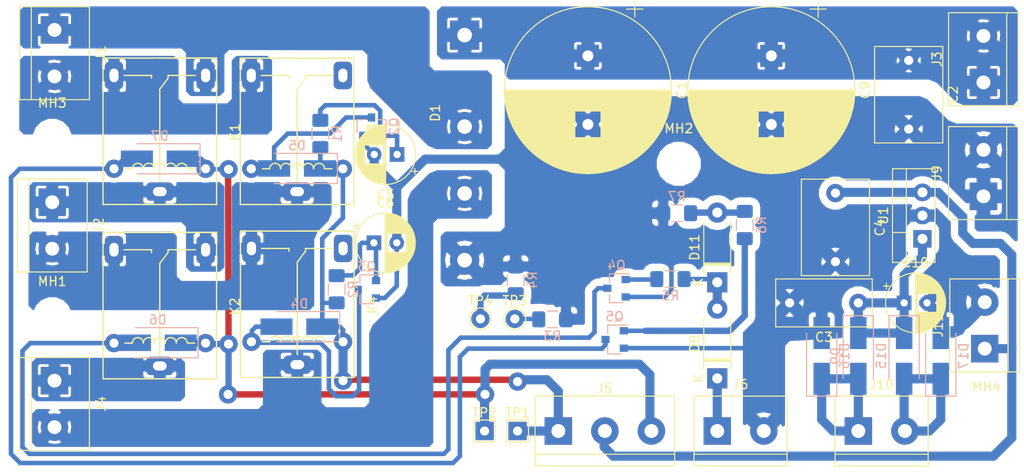
<source format=kicad_pcb>
(kicad_pcb (version 20171130) (host pcbnew "(5.0.0)")
  (layers (0 F.Cu signal) (31 B.Cu signal) (34 B.Paste user) (35 F.Paste user) (36 B.SilkS user hide) (37 F.SilkS user) (38 B.Mask user hide) (39 F.Mask user hide) (44 Edge.Cuts user))
  (net 0 "")
  (net 1 "Net-(K3-Pad1)")
  (net 2 "Net-(K4-Pad1)")
  (net 3 +12V)
  (net 4 "Net-(D8-Pad1)")
  (net 5 GND)
  (net 6 "Net-(D11-Pad2)")
  (net 7 "Net-(Q5-Pad1)")
  (net 8 "Net-(Q4-Pad1)")
  (net 9 "Net-(D11-Pad1)")
  (net 10 "Net-(C6-Pad1)")
  (net 11 "Net-(C5-Pad1)")
  (net 12 "Net-(D7-Pad2)")
  (net 13 "Net-(D6-Pad2)")
  (net 14 "Net-(D4-Pad2)")
  (net 15 "Net-(D5-Pad2)")
  (net 16 "Net-(D16-Pad1)")
  (net 17 "Net-(D15-Pad2)")
  (net 18 "Net-(C10-Pad1)")
  (net 19 /GR1)
  (net 20 /GR2)
  (net 21 /W31)
  (net 22 /W32)
  (net 23 /W22)
  (net 24 /W21)
  (net 25 /OUT)
  (net 26 /W12)
  (net 27 /W11)
  (net 28 "Net-(R4-Pad1)")
  (net 29 "Net-(R3-Pad1)")
  (module TestPoint:TestPoint_THTPad_2.0x2.0mm_Drill1.0mm (layer F.Cu) (at 149.8 80)
    (fp_text reference TP1 (at 0 -1.998) (layer F.SilkS))
    (fp_text value LED2_A)
    (pad 1 thru_hole rect (at 0 0) (size 2 2) (drill 1) (layers *.Cu *.Mask) (net 19 /GR1))
  )
  (module TestPoint:TestPoint_THTPad_2.0x2.0mm_Drill1.0mm (layer F.Cu) (at 146.2 80)
    (fp_text reference TP2 (at 0 -1.998) (layer F.SilkS))
    (fp_text value LED1_A)
    (pad 1 thru_hole rect (at 0 0) (size 2 2) (drill 1) (layers *.Cu *.Mask) (net 20 /GR2))
  )
  (module TestPoint:TestPoint_THTPad_D2.0mm_Drill1.0mm (layer F.Cu) (at 149.5 67.75)
    (fp_text reference TP3 (at 0 -1.998) (layer F.SilkS))
    (fp_text value LED2_K)
    (pad 1 thru_hole circle (at 0 0) (size 2 2) (drill 1) (layers *.Cu *.Mask) (net 29 "Net-(R3-Pad1)"))
  )
  (module TestPoint:TestPoint_THTPad_D2.0mm_Drill1.0mm (layer F.Cu) (at 145.75 67.75)
    (fp_text reference TP4 (at 0 -1.998) (layer F.SilkS))
    (fp_text value LED2_K)
    (pad 1 thru_hole circle (at 0 0) (size 2 2) (drill 1) (layers *.Cu *.Mask) (net 28 "Net-(R4-Pad1)"))
  )
  (module Capacitor_THT:CP_Radial_D18.0mm_P7.50mm (layer F.Cu) (at 177.5 39 270)
    (fp_text reference C9 (at 3.75 -10.25 270) (layer F.SilkS))
    (fp_text value "2200uF, 63V")
    (pad 1 thru_hole rect (at 0 0 270) (size 2.4 2.4) (drill 1.2) (layers *.Cu *.Mask) (net 25 /OUT))
    (pad 2 thru_hole circle (at 7.5 0 270) (size 2.4 2.4) (drill 1.2) (layers *.Cu *.Mask) (net 5 GND))
  )
  (module Capacitor_THT:C_Rect_L10.3mm_W5.0mm_P7.50mm_MKS4 (layer F.Cu) (at 187 66 180)
    (fp_text reference C3 (at 3.75 -3.75 180) (layer F.SilkS))
    (fp_text value "1uF, 63V")
    (pad 2 thru_hole circle (at 7.5 0 180) (size 2 2) (drill 1) (layers *.Cu *.Mask) (net 5 GND))
    (pad 1 thru_hole circle (at 0 0 180) (size 2 2) (drill 1) (layers *.Cu *.Mask) (net 18 "Net-(C10-Pad1)"))
  )
  (module MountingHole:MountingHole_3.2mm_M3_ISO7380 (layer F.Cu) (at 99 67.5)
    (fp_text reference MH1 (at 0 -3.85) (layer F.SilkS))
    (fp_text value MountingHole)
    (pad 1 np_thru_hole circle (at 0 0) (size 3.2 3.2) (drill 3.2) (layers *.Cu *.Mask))
  )
  (module MountingHole:MountingHole_3.2mm_M3_ISO7380 (layer F.Cu) (at 167.4 50.8)
    (fp_text reference MH2 (at 0 -3.85) (layer F.SilkS))
    (fp_text value MountingHole)
    (pad 1 np_thru_hole circle (at 0 0) (size 3.2 3.2) (drill 3.2) (layers *.Cu *.Mask))
  )
  (module MountingHole:MountingHole_3.2mm_M3_ISO7380 (layer F.Cu) (at 201 79)
    (fp_text reference MH4 (at 0 -3.85) (layer F.SilkS))
    (fp_text value MountingHole)
    (pad 1 np_thru_hole circle (at 0 0) (size 3.2 3.2) (drill 3.2) (layers *.Cu *.Mask))
  )
  (module MountingHole:MountingHole_3.2mm_M3_ISO7380 (layer F.Cu) (at 99 48)
    (fp_text reference MH3 (at 0 -3.85) (layer F.SilkS))
    (fp_text value MountingHole)
    (pad 1 np_thru_hole circle (at 0 0) (size 3.2 3.2) (drill 3.2) (layers *.Cu *.Mask))
  )
  (module Diode_SMD:D_SMA_Handsoldering (layer B.Cu) (at 110.744 50.25 180)
    (fp_text reference D7 (at 0 2.5 180) (layer B.SilkS) (effects (justify mirror)))
    (fp_text value SMA4007)
    (pad 2 smd rect (at 2.5 0 180) (size 3.5 1.8) (layers B.Cu B.Paste B.Mask) (net 12 "Net-(D7-Pad2)"))
    (pad 1 smd rect (at -2.5 0 180) (size 3.5 1.8) (layers B.Cu B.Paste B.Mask) (net 20 /GR2))
  )
  (module MyLib:SRA-12VDC-CL (layer F.Cu) (at 125.75 66.15 270)
    (fp_text reference K4 (at 0.1 -8.2 270) (layer F.SilkS))
    (fp_text value SRA-12VDC-CL)
    (pad 4 thru_hole circle (at 4.1 -5 270) (size 2 2) (drill 1) (layers *.Cu *.Mask) (net 19 /GR1))
    (pad 1 thru_hole roundrect (at -6.1 -5 270) (size 3 2) (drill oval 1.5 1) (layers *.Cu *.Mask) (net 2 "Net-(K4-Pad1)"))
    (pad 2 thru_hole roundrect (at -6.1 5 270) (size 3 2) (drill oval 1.5 1) (layers *.Cu *.Mask) (net 24 /W21))
    (pad 5 thru_hole circle (at 4.1 5 270) (size 2 2) (drill 1) (layers *.Cu *.Mask) (net 14 "Net-(D4-Pad2)"))
    (pad 3 thru_hole roundrect (at 6.6 0 270) (size 2 3) (drill oval 1 1.5) (layers *.Cu *.Mask) (net 27 /W11))
  )
  (module Capacitor_THT:C_Rect_L10.3mm_W7.2mm_P7.50mm_MKS4 (layer F.Cu) (at 184.5 54 270)
    (fp_text reference C4 (at 3.75 -4.85 270) (layer F.SilkS))
    (fp_text value "1uF, 63V")
    (pad 2 thru_hole circle (at 7.5 0 270) (size 2 2) (drill 1) (layers *.Cu *.Mask) (net 5 GND))
    (pad 1 thru_hole circle (at 0 0 270) (size 2 2) (drill 1) (layers *.Cu *.Mask) (net 3 +12V))
  )
  (module TerminalBlock:TerminalBlock_bornier-2_P5.08mm (layer F.Cu) (at 200.8 71 90)
    (fp_text reference J11 (at 2.54 -5.08 90) (layer F.SilkS))
    (fp_text value 12V_OUT)
    (pad 1 thru_hole rect (at 0 0 90) (size 3 3) (drill 1.52) (layers *.Cu *.Mask) (net 3 +12V))
    (pad 2 thru_hole circle (at 5.08 0 90) (size 3 3) (drill 1.52) (layers *.Cu *.Mask) (net 5 GND))
  )
  (module Capacitor_THT:CP_Radial_D6.3mm_P2.50mm (layer F.Cu) (at 192 66)
    (fp_text reference C10 (at 1.25 -4.4) (layer F.SilkS))
    (fp_text value "330uF, 16V")
    (pad 1 thru_hole rect (at 0 0) (size 1.6 1.6) (drill 0.8) (layers *.Cu *.Mask) (net 18 "Net-(C10-Pad1)"))
    (pad 2 thru_hole circle (at 2.5 0) (size 1.6 1.6) (drill 0.8) (layers *.Cu *.Mask) (net 5 GND))
  )
  (module Diode_SMD:D_SMA_Handsoldering (layer B.Cu) (at 192 71.796311 270)
    (fp_text reference D15 (at 0 2.5 270) (layer B.SilkS) (effects (justify mirror)))
    (fp_text value SMA4007)
    (pad 2 smd rect (at 2.5 0 270) (size 3.5 1.8) (layers B.Cu B.Paste B.Mask) (net 17 "Net-(D15-Pad2)"))
    (pad 1 smd rect (at -2.5 0 270) (size 3.5 1.8) (layers B.Cu B.Paste B.Mask) (net 18 "Net-(C10-Pad1)"))
  )
  (module Diode_SMD:D_SMA_Handsoldering (layer B.Cu) (at 187 71.796311 270)
    (fp_text reference D9 (at 0 2.5 270) (layer B.SilkS) (effects (justify mirror)))
    (fp_text value SMA4007)
    (pad 1 smd rect (at -2.5 0 270) (size 3.5 1.8) (layers B.Cu B.Paste B.Mask) (net 18 "Net-(C10-Pad1)"))
    (pad 2 smd rect (at 2.5 0 270) (size 3.5 1.8) (layers B.Cu B.Paste B.Mask) (net 16 "Net-(D16-Pad1)"))
  )
  (module Diode_SMD:D_SMA_Handsoldering (layer B.Cu) (at 183 71.796311 90)
    (fp_text reference D16 (at 0 2.5 90) (layer B.SilkS) (effects (justify mirror)))
    (fp_text value SMA4007)
    (pad 2 smd rect (at 2.5 0 90) (size 3.5 1.8) (layers B.Cu B.Paste B.Mask) (net 5 GND))
    (pad 1 smd rect (at -2.5 0 90) (size 3.5 1.8) (layers B.Cu B.Paste B.Mask) (net 16 "Net-(D16-Pad1)"))
  )
  (module Diode_SMD:D_SMA_Handsoldering (layer B.Cu) (at 196 71.796311 90)
    (fp_text reference D17 (at 0 2.5 90) (layer B.SilkS) (effects (justify mirror)))
    (fp_text value SMA4007)
    (pad 1 smd rect (at -2.5 0 90) (size 3.5 1.8) (layers B.Cu B.Paste B.Mask) (net 17 "Net-(D15-Pad2)"))
    (pad 2 smd rect (at 2.5 0 90) (size 3.5 1.8) (layers B.Cu B.Paste B.Mask) (net 5 GND))
  )
  (module MyLib:Diode_Bridge_Vishay_GBJ (layer F.Cu) (at 144.118 37.536 270)
    (fp_text reference D1 (at 7.7 3.3 90) (layer F.SilkS))
    (fp_text value GBJ2510)
    (pad 4 thru_hole circle (at 23.8 0.1 270) (size 3.2 3.2) (drill 1.6) (layers *.Cu *.Mask) (net 5 GND))
    (pad 3 thru_hole circle (at 16.5 0.1 270) (size 3.2 3.2) (drill 1.6) (layers *.Cu *.Mask) (net 27 /W11))
    (pad 2 thru_hole circle (at 9.2 0.1 270) (size 3.2 3.2) (drill 1.6) (layers *.Cu *.Mask) (net 22 /W32))
    (pad 1 thru_hole rect (at -0.8 0.1 270) (size 3.2 3.2) (drill 1.6) (layers *.Cu *.Mask) (net 25 /OUT))
  )
  (module TerminalBlock:TerminalBlock_bornier-2_P5.08mm (layer F.Cu) (at 200.66 54.356 90)
    (fp_text reference J9 (at 2.54 -5.08 90) (layer F.SilkS))
    (fp_text value OUT_GND)
    (pad 2 thru_hole circle (at 5.08 0 90) (size 3 3) (drill 1.52) (layers *.Cu *.Mask) (net 5 GND))
    (pad 1 thru_hole rect (at 0 0 90) (size 3 3) (drill 1.52) (layers *.Cu *.Mask) (net 5 GND))
  )
  (module TerminalBlock:TerminalBlock_bornier-2_P5.08mm (layer F.Cu) (at 187 80)
    (fp_text reference J10 (at 2.54 -5.08) (layer F.SilkS))
    (fp_text value "Winding 3")
    (pad 1 thru_hole rect (at 0 0) (size 3 3) (drill 1.52) (layers *.Cu *.Mask) (net 16 "Net-(D16-Pad1)"))
    (pad 2 thru_hole circle (at 5.08 0) (size 3 3) (drill 1.52) (layers *.Cu *.Mask) (net 17 "Net-(D15-Pad2)"))
  )
  (module Capacitor_THT:CP_Radial_D18.0mm_P7.50mm (layer F.Cu) (at 157.48 39 270)
    (fp_text reference C1 (at 3.75 -10.25 270) (layer F.SilkS))
    (fp_text value "2200uF, 63V")
    (pad 1 thru_hole rect (at 0 0 270) (size 2.4 2.4) (drill 1.2) (layers *.Cu *.Mask) (net 25 /OUT))
    (pad 2 thru_hole circle (at 7.5 0 270) (size 2.4 2.4) (drill 1.2) (layers *.Cu *.Mask) (net 5 GND))
  )
  (module Capacitor_THT:CP_Radial_D6.3mm_P2.50mm (layer F.Cu) (at 136.652 49.784 180)
    (fp_text reference C5 (at 1.25 -4.4 180) (layer F.SilkS))
    (fp_text value "330uF, 16V")
    (pad 2 thru_hole circle (at 2.5 0 180) (size 1.6 1.6) (drill 0.8) (layers *.Cu *.Mask) (net 5 GND))
    (pad 1 thru_hole rect (at 0 0 180) (size 1.6 1.6) (drill 0.8) (layers *.Cu *.Mask) (net 11 "Net-(C5-Pad1)"))
  )
  (module Capacitor_THT:CP_Radial_D6.3mm_P2.50mm (layer F.Cu) (at 134.112 59.436)
    (fp_text reference C6 (at 1.25 -4.4) (layer F.SilkS))
    (fp_text value "330uF, 16V")
    (pad 2 thru_hole circle (at 2.5 0) (size 1.6 1.6) (drill 0.8) (layers *.Cu *.Mask) (net 5 GND))
    (pad 1 thru_hole rect (at 0 0) (size 1.6 1.6) (drill 0.8) (layers *.Cu *.Mask) (net 10 "Net-(C6-Pad1)"))
  )
  (module Capacitor_THT:C_Rect_L10.3mm_W7.2mm_P7.50mm_MKS4 (layer F.Cu) (at 192.5 39.5 270)
    (fp_text reference C2 (at 3.75 -4.85 270) (layer F.SilkS))
    (fp_text value "1uF, 63V")
    (pad 2 thru_hole circle (at 7.5 0 270) (size 2 2) (drill 1) (layers *.Cu *.Mask) (net 5 GND))
    (pad 1 thru_hole circle (at 0 0 270) (size 2 2) (drill 1) (layers *.Cu *.Mask) (net 25 /OUT))
  )
  (module Diode_SMD:D_SMA_Handsoldering (layer B.Cu) (at 110.53 70.358 180)
    (fp_text reference D6 (at 0 2.5 180) (layer B.SilkS) (effects (justify mirror)))
    (fp_text value SMA4007)
    (pad 1 smd rect (at -2.5 0 180) (size 3.5 1.8) (layers B.Cu B.Paste B.Mask) (net 20 /GR2))
    (pad 2 smd rect (at 2.5 0 180) (size 3.5 1.8) (layers B.Cu B.Paste B.Mask) (net 13 "Net-(D6-Pad2)"))
  )
  (module Diode_SMD:D_SMA_Handsoldering (layer B.Cu) (at 125.73 51.308 180)
    (fp_text reference D5 (at 0 2.5 180) (layer B.SilkS) (effects (justify mirror)))
    (fp_text value SMA4007)
    (pad 2 smd rect (at 2.5 0 180) (size 3.5 1.8) (layers B.Cu B.Paste B.Mask) (net 15 "Net-(D5-Pad2)"))
    (pad 1 smd rect (at -2.5 0 180) (size 3.5 1.8) (layers B.Cu B.Paste B.Mask) (net 19 /GR1))
  )
  (module Diode_SMD:D_SMA_Handsoldering (layer B.Cu) (at 125.984 68.6 180)
    (fp_text reference D4 (at 0 2.5 180) (layer B.SilkS) (effects (justify mirror)))
    (fp_text value SMA4007)
    (pad 1 smd rect (at -2.5 0 180) (size 3.5 1.8) (layers B.Cu B.Paste B.Mask) (net 19 /GR1))
    (pad 2 smd rect (at 2.5 0 180) (size 3.5 1.8) (layers B.Cu B.Paste B.Mask) (net 14 "Net-(D4-Pad2)"))
  )
  (module Diode_THT:D_DO-41_SOD81_P7.62mm_Horizontal (layer F.Cu) (at 171.6 63.75 90)
    (fp_text reference D11 (at 3.81 -2.47 90) (layer F.SilkS))
    (fp_text value 15V)
    (fp_text user K (at 0 -2.1 90) (layer F.SilkS))
    (pad 1 thru_hole rect (at 0 0 90) (size 2.2 2.2) (drill 1.1) (layers *.Cu *.Mask) (net 9 "Net-(D11-Pad1)"))
    (pad 2 thru_hole oval (at 7.62 0 90) (size 2.2 2.2) (drill 1.1) (layers *.Cu *.Mask) (net 6 "Net-(D11-Pad2)"))
  )
  (module Diode_THT:D_DO-41_SOD81_P7.62mm_Horizontal (layer F.Cu) (at 171.6 74.25 90)
    (fp_text reference D8 (at 3.81 -2.47 90) (layer F.SilkS))
    (fp_text value 15V)
    (fp_text user K (at 0 -2.1 90) (layer F.SilkS))
    (pad 2 thru_hole oval (at 7.62 0 90) (size 2.2 2.2) (drill 1.1) (layers *.Cu *.Mask) (net 9 "Net-(D11-Pad1)"))
    (pad 1 thru_hole rect (at 0 0 90) (size 2.2 2.2) (drill 1.1) (layers *.Cu *.Mask) (net 4 "Net-(D8-Pad1)"))
  )
  (module MyLib:SRA-12VDC-CL (layer F.Cu) (at 110.744 47.244 270)
    (fp_text reference K1 (at 0.1 -8.2 270) (layer F.SilkS))
    (fp_text value SRA-12VDC-CL)
    (pad 3 thru_hole roundrect (at 6.6 0 270) (size 2 3) (drill oval 1 1.5) (layers *.Cu *.Mask) (net 23 /W22))
    (pad 5 thru_hole circle (at 4.1 5 270) (size 2 2) (drill 1) (layers *.Cu *.Mask) (net 12 "Net-(D7-Pad2)"))
    (pad 2 thru_hole roundrect (at -6.1 5 270) (size 3 2) (drill oval 1.5 1) (layers *.Cu *.Mask) (net 21 /W31))
    (pad 1 thru_hole roundrect (at -6.1 -5 270) (size 3 2) (drill oval 1.5 1) (layers *.Cu *.Mask) (net 22 /W32))
    (pad 4 thru_hole circle (at 4.1 -5 270) (size 2 2) (drill 1) (layers *.Cu *.Mask) (net 20 /GR2))
  )
  (module MyLib:SRA-12VDC-CL (layer F.Cu) (at 110.744 66.294 270)
    (fp_text reference K2 (at 0.1 -8.2 270) (layer F.SilkS))
    (fp_text value SRA-12VDC-CL)
    (pad 3 thru_hole roundrect (at 6.6 0 270) (size 2 3) (drill oval 1 1.5) (layers *.Cu *.Mask) (net 26 /W12))
    (pad 5 thru_hole circle (at 4.1 5 270) (size 2 2) (drill 1) (layers *.Cu *.Mask) (net 13 "Net-(D6-Pad2)"))
    (pad 2 thru_hole roundrect (at -6.1 5 270) (size 3 2) (drill oval 1.5 1) (layers *.Cu *.Mask) (net 24 /W21))
    (pad 1 thru_hole roundrect (at -6.1 -5 270) (size 3 2) (drill oval 1.5 1) (layers *.Cu *.Mask) (net 23 /W22))
    (pad 4 thru_hole circle (at 4.1 -5 270) (size 2 2) (drill 1) (layers *.Cu *.Mask) (net 20 /GR2))
  )
  (module MyLib:SRA-12VDC-CL (layer F.Cu) (at 125.730981 47.248 270)
    (fp_text reference K3 (at 0.1 -8.2 270) (layer F.SilkS))
    (fp_text value SRA-12VDC-CL)
    (pad 4 thru_hole circle (at 4.1 -5 270) (size 2 2) (drill 1) (layers *.Cu *.Mask) (net 19 /GR1))
    (pad 1 thru_hole roundrect (at -6.1 -5 270) (size 3 2) (drill oval 1.5 1) (layers *.Cu *.Mask) (net 1 "Net-(K3-Pad1)"))
    (pad 2 thru_hole roundrect (at -6.1 5 270) (size 3 2) (drill oval 1.5 1) (layers *.Cu *.Mask) (net 21 /W31))
    (pad 5 thru_hole circle (at 4.1 5 270) (size 2 2) (drill 1) (layers *.Cu *.Mask) (net 15 "Net-(D5-Pad2)"))
    (pad 3 thru_hole roundrect (at 6.6 0 270) (size 2 3) (drill oval 1 1.5) (layers *.Cu *.Mask) (net 24 /W21))
  )
  (module Package_TO_SOT_SMD:SOT-23 (layer B.Cu) (at 133.858 46.736 90)
    (fp_text reference Q2 (at 0 2.5 90) (layer B.SilkS) (effects (justify mirror)))
    (fp_text value MMBT5551L)
    (pad 3 smd rect (at 1 0 90) (size 0.9 0.8) (layers B.Cu B.Paste B.Mask) (net 15 "Net-(D5-Pad2)"))
    (pad 2 smd rect (at -1 -0.95 90) (size 0.9 0.8) (layers B.Cu B.Paste B.Mask) (net 5 GND))
    (pad 1 smd rect (at -1 0.95 90) (size 0.9 0.8) (layers B.Cu B.Paste B.Mask) (net 11 "Net-(C5-Pad1)"))
  )
  (module Package_TO_SOT_SMD:SOT-23 (layer B.Cu) (at 133.35 64.516 180)
    (fp_text reference Q3 (at 0 2.5 180) (layer B.SilkS) (effects (justify mirror)))
    (fp_text value MMBT5551L)
    (pad 1 smd rect (at -1 0.95 180) (size 0.9 0.8) (layers B.Cu B.Paste B.Mask) (net 10 "Net-(C6-Pad1)"))
    (pad 2 smd rect (at -1 -0.95 180) (size 0.9 0.8) (layers B.Cu B.Paste B.Mask) (net 5 GND))
    (pad 3 smd rect (at 1 0 180) (size 0.9 0.8) (layers B.Cu B.Paste B.Mask) (net 14 "Net-(D4-Pad2)"))
  )
  (module Package_TO_SOT_SMD:SOT-23 (layer B.Cu) (at 160.6 64.4 180)
    (fp_text reference Q4 (at 0 2.5 180) (layer B.SilkS) (effects (justify mirror)))
    (fp_text value MMBT5551L)
    (pad 3 smd rect (at 1 0 180) (size 0.9 0.8) (layers B.Cu B.Paste B.Mask) (net 13 "Net-(D6-Pad2)"))
    (pad 2 smd rect (at -1 -0.95 180) (size 0.9 0.8) (layers B.Cu B.Paste B.Mask) (net 5 GND))
    (pad 1 smd rect (at -1 0.95 180) (size 0.9 0.8) (layers B.Cu B.Paste B.Mask) (net 8 "Net-(Q4-Pad1)"))
  )
  (module Package_TO_SOT_SMD:SOT-23 (layer B.Cu) (at 160.4 70 180)
    (fp_text reference Q5 (at 0 2.5 180) (layer B.SilkS) (effects (justify mirror)))
    (fp_text value MMBT5551L)
    (pad 1 smd rect (at -1 0.95 180) (size 0.9 0.8) (layers B.Cu B.Paste B.Mask) (net 7 "Net-(Q5-Pad1)"))
    (pad 2 smd rect (at -1 -0.95 180) (size 0.9 0.8) (layers B.Cu B.Paste B.Mask) (net 5 GND))
    (pad 3 smd rect (at 1 0 180) (size 0.9 0.8) (layers B.Cu B.Paste B.Mask) (net 12 "Net-(D7-Pad2)"))
  )
  (module Package_TO_SOT_THT:TO-220-3_Vertical (layer F.Cu) (at 194 59 90)
    (fp_text reference U1 (at 2.54 -4.27 90) (layer F.SilkS))
    (fp_text value L7812)
    (pad 1 thru_hole rect (at 0 0 90) (size 1.905 2) (drill 1.1) (layers *.Cu *.Mask) (net 18 "Net-(C10-Pad1)"))
    (pad 2 thru_hole oval (at 2.54 0 90) (size 1.905 2) (drill 1.1) (layers *.Cu *.Mask) (net 5 GND))
    (pad 3 thru_hole oval (at 5.08 0 90) (size 1.905 2) (drill 1.1) (layers *.Cu *.Mask) (net 3 +12V))
  )
  (module Resistor_SMD:R_1206_3216Metric_Pad1.42x1.75mm_HandSolder (layer B.Cu) (at 128.27 47.5345 90)
    (fp_text reference R1 (at 0 1.82 90) (layer B.SilkS) (effects (justify mirror)))
    (fp_text value 10K)
    (pad 1 smd roundrect (at -1.4875 0 90) (size 1.425 1.75) (layers B.Cu B.Paste B.Mask) (roundrect_rratio 0.175439) (net 19 /GR1))
    (pad 2 smd roundrect (at 1.4875 0 90) (size 1.425 1.75) (layers B.Cu B.Paste B.Mask) (roundrect_rratio 0.175439) (net 11 "Net-(C5-Pad1)"))
  )
  (module Resistor_SMD:R_1206_3216Metric_Pad1.42x1.75mm_HandSolder (layer B.Cu) (at 130.048 64.5125 90)
    (fp_text reference R2 (at 0 1.82 90) (layer B.SilkS) (effects (justify mirror)))
    (fp_text value 10K)
    (pad 2 smd roundrect (at 1.4875 0 90) (size 1.425 1.75) (layers B.Cu B.Paste B.Mask) (roundrect_rratio 0.175439) (net 10 "Net-(C6-Pad1)"))
    (pad 1 smd roundrect (at -1.4875 0 90) (size 1.425 1.75) (layers B.Cu B.Paste B.Mask) (roundrect_rratio 0.175439) (net 19 /GR1))
  )
  (module Resistor_SMD:R_1206_3216Metric_Pad1.42x1.75mm_HandSolder (layer B.Cu) (at 153.6 67.8)
    (fp_text reference R3 (at 0 1.82) (layer B.SilkS) (effects (justify mirror)))
    (fp_text value 2K)
    (pad 1 smd roundrect (at -1.4875 0) (size 1.425 1.75) (layers B.Cu B.Paste B.Mask) (roundrect_rratio 0.175439) (net 29 "Net-(R3-Pad1)"))
    (pad 2 smd roundrect (at 1.4875 0) (size 1.425 1.75) (layers B.Cu B.Paste B.Mask) (roundrect_rratio 0.175439) (net 5 GND))
  )
  (module Resistor_SMD:R_1206_3216Metric_Pad1.42x1.75mm_HandSolder (layer B.Cu) (at 149.6 63.5125 90)
    (fp_text reference R4 (at 0 1.82 90) (layer B.SilkS) (effects (justify mirror)))
    (fp_text value 2K)
    (pad 2 smd roundrect (at 1.4875 0 90) (size 1.425 1.75) (layers B.Cu B.Paste B.Mask) (roundrect_rratio 0.175439) (net 5 GND))
    (pad 1 smd roundrect (at -1.4875 0 90) (size 1.425 1.75) (layers B.Cu B.Paste B.Mask) (roundrect_rratio 0.175439) (net 28 "Net-(R4-Pad1)"))
  )
  (module Resistor_SMD:R_1206_3216Metric_Pad1.42x1.75mm_HandSolder (layer B.Cu) (at 166.4875 63.4)
    (fp_text reference R5 (at 0 1.82) (layer B.SilkS) (effects (justify mirror)))
    (fp_text value 1K)
    (pad 1 smd roundrect (at -1.4875 0) (size 1.425 1.75) (layers B.Cu B.Paste B.Mask) (roundrect_rratio 0.175439) (net 8 "Net-(Q4-Pad1)"))
    (pad 2 smd roundrect (at 1.4875 0) (size 1.425 1.75) (layers B.Cu B.Paste B.Mask) (roundrect_rratio 0.175439) (net 9 "Net-(D11-Pad1)"))
  )
  (module Resistor_SMD:R_1206_3216Metric_Pad1.42x1.75mm_HandSolder (layer B.Cu) (at 174.6 57.4875 90)
    (fp_text reference R6 (at 0 1.82 90) (layer B.SilkS) (effects (justify mirror)))
    (fp_text value 1K)
    (pad 2 smd roundrect (at 1.4875 0 90) (size 1.425 1.75) (layers B.Cu B.Paste B.Mask) (roundrect_rratio 0.175439) (net 6 "Net-(D11-Pad2)"))
    (pad 1 smd roundrect (at -1.4875 0 90) (size 1.425 1.75) (layers B.Cu B.Paste B.Mask) (roundrect_rratio 0.175439) (net 7 "Net-(Q5-Pad1)"))
  )
  (module Resistor_SMD:R_1206_3216Metric_Pad1.42x1.75mm_HandSolder (layer B.Cu) (at 167.2 56.2 180)
    (fp_text reference R7 (at 0 1.82 180) (layer B.SilkS) (effects (justify mirror)))
    (fp_text value 10K)
    (pad 1 smd roundrect (at -1.4875 0 180) (size 1.425 1.75) (layers B.Cu B.Paste B.Mask) (roundrect_rratio 0.175439) (net 6 "Net-(D11-Pad2)"))
    (pad 2 smd roundrect (at 1.4875 0 180) (size 1.425 1.75) (layers B.Cu B.Paste B.Mask) (roundrect_rratio 0.175439) (net 5 GND))
  )
  (module TerminalBlock:TerminalBlock_bornier-2_P5.08mm (layer F.Cu) (at 99 55 270)
    (fp_text reference J2 (at 2.54 -5.08 270) (layer F.SilkS))
    (fp_text value "Winding 2")
    (pad 1 thru_hole rect (at 0 0 270) (size 3 3) (drill 1.52) (layers *.Cu *.Mask) (net 23 /W22))
    (pad 2 thru_hole circle (at 5.08 0 270) (size 3 3) (drill 1.52) (layers *.Cu *.Mask) (net 24 /W21))
  )
  (module TerminalBlock:TerminalBlock_bornier-2_P5.08mm (layer F.Cu) (at 99.25 36.17 270)
    (fp_text reference J1 (at 2.54 -5.08 270) (layer F.SilkS))
    (fp_text value "Winding 3")
    (pad 2 thru_hole circle (at 5.08 0 270) (size 3 3) (drill 1.52) (layers *.Cu *.Mask) (net 21 /W31))
    (pad 1 thru_hole rect (at 0 0 270) (size 3 3) (drill 1.52) (layers *.Cu *.Mask) (net 22 /W32))
  )
  (module TerminalBlock:TerminalBlock_bornier-2_P5.08mm (layer F.Cu) (at 99.25 74.5 270)
    (fp_text reference J4 (at 2.54 -5.08 270) (layer F.SilkS))
    (fp_text value "Winding 1")
    (pad 1 thru_hole rect (at 0 0 270) (size 3 3) (drill 1.52) (layers *.Cu *.Mask) (net 26 /W12))
    (pad 2 thru_hole circle (at 5.08 0 270) (size 3 3) (drill 1.52) (layers *.Cu *.Mask) (net 27 /W11))
  )
  (module TerminalBlock:TerminalBlock_bornier-2_P5.08mm (layer F.Cu) (at 200.66 41.91 90)
    (fp_text reference J3 (at 2.54 -5.08 90) (layer F.SilkS))
    (fp_text value OUT_V)
    (pad 2 thru_hole circle (at 5.08 0 90) (size 3 3) (drill 1.52) (layers *.Cu *.Mask) (net 25 /OUT))
    (pad 1 thru_hole rect (at 0 0 90) (size 3 3) (drill 1.52) (layers *.Cu *.Mask) (net 25 /OUT))
  )
  (module TerminalBlock:TerminalBlock_bornier-2_P5.08mm (layer F.Cu) (at 171.6 80)
    (fp_text reference J6 (at 2.54 -5.08) (layer F.SilkS))
    (fp_text value "Volatge Feedback")
    (pad 1 thru_hole rect (at 0 0) (size 3 3) (drill 1.52) (layers *.Cu *.Mask) (net 4 "Net-(D8-Pad1)"))
    (pad 2 thru_hole circle (at 5.08 0) (size 3 3) (drill 1.52) (layers *.Cu *.Mask) (net 5 GND))
  )
  (module TerminalBlock:TerminalBlock_bornier-3_P5.08mm (layer F.Cu) (at 154.25 80)
    (fp_text reference J5 (at 5.05 -4.65) (layer F.SilkS))
    (fp_text value "Switch Connector")
    (pad 1 thru_hole rect (at 0 0) (size 3 3) (drill 1.52) (layers *.Cu *.Mask) (net 19 /GR1))
    (pad 2 thru_hole circle (at 5.08 0) (size 3 3) (drill 1.52) (layers *.Cu *.Mask) (net 3 +12V))
    (pad 3 thru_hole circle (at 10.16 0) (size 3 3) (drill 1.52) (layers *.Cu *.Mask) (net 20 /GR2))
  )
  (segment (start 184.58 53.92) (end 184.5 54) (width 1) (layer B.Cu) (net 3))
  (segment (start 194 53.92) (end 184.58 53.92) (width 1) (layer B.Cu) (net 3))
  (segment (start 201 71) (end 203.75 71) (width 1) (layer B.Cu) (net 3))
  (segment (start 159.25 81.75) (end 159.25 80) (width 1) (layer B.Cu) (net 3))
  (segment (start 160.25 82.75) (end 159.25 81.75) (width 1) (layer B.Cu) (net 3))
  (segment (start 201.75 82.75) (end 160.25 82.75) (width 1) (layer B.Cu) (net 3))
  (segment (start 203.75 71) (end 203.75 80.75) (width 1) (layer B.Cu) (net 3))
  (segment (start 203.75 80.75) (end 201.75 82.75) (width 1) (layer B.Cu) (net 3))
  (segment (start 195.72 53.92) (end 198.4 56.6) (width 1) (layer B.Cu) (net 3))
  (segment (start 194 53.92) (end 195.72 53.92) (width 1) (layer B.Cu) (net 3))
  (segment (start 203.75 60.75) (end 203.75 71) (width 1) (layer B.Cu) (net 3))
  (segment (start 198.4 58.4) (end 199.5 59.5) (width 1) (layer B.Cu) (net 3))
  (segment (start 198.4 56.6) (end 198.4 58.4) (width 1) (layer B.Cu) (net 3))
  (segment (start 199.5 59.5) (end 202.5 59.5) (width 1) (layer B.Cu) (net 3))
  (segment (start 202.5 59.5) (end 203.75 60.75) (width 1) (layer B.Cu) (net 3))
  (segment (start 171.6 74.25) (end 171.6 80) (width 1) (layer B.Cu) (net 4))
  (segment (start 132.908 48.54) (end 134.152 49.784) (width 0.5) (layer B.Cu) (net 5))
  (segment (start 132.908 47.736) (end 132.908 48.54) (width 0.5) (layer B.Cu) (net 5))
  (segment (start 134.152 49.784) (end 134.152 50.91537) (width 1) (layer B.Cu) (net 5))
  (segment (start 134.152 50.91537) (end 136.612 53.37537) (width 1) (layer B.Cu) (net 5))
  (segment (start 136.612 53.37537) (end 136.612 53.38) (width 1) (layer B.Cu) (net 5))
  (segment (start 136.612 53.38) (end 139.7 50.292) (width 1) (layer B.Cu) (net 5))
  (segment (start 136.612 53.38) (end 136.612 57.15) (width 1) (layer B.Cu) (net 5))
  (segment (start 136.612 57.15) (end 136.612 59.436) (width 1) (layer B.Cu) (net 5))
  (segment (start 136.612 64.154) (end 136.612 59.436) (width 0.5) (layer B.Cu) (net 5))
  (segment (start 134.35 65.466) (end 135.3 65.466) (width 0.5) (layer B.Cu) (net 5))
  (segment (start 135.3 65.466) (end 136.612 64.154) (width 0.5) (layer B.Cu) (net 5))
  (segment (start 166.6 64.6) (end 166.6 61.2) (width 0.5) (layer B.Cu) (net 5))
  (segment (start 161.6 65.35) (end 165.85 65.35) (width 0.5) (layer B.Cu) (net 5))
  (segment (start 165.85 65.35) (end 166.6 64.6) (width 0.5) (layer B.Cu) (net 5))
  (segment (start 161.4 70.95) (end 174.75 70.95) (width 0.5) (layer B.Cu) (net 5))
  (segment (start 147.6 50.292) (end 147.708 50.292) (width 1) (layer B.Cu) (net 5))
  (segment (start 147.6 50.292) (end 153.416 50.292) (width 1) (layer B.Cu) (net 5))
  (segment (start 139.7 50.292) (end 147.6 50.292) (width 1) (layer B.Cu) (net 5))
  (segment (start 147.708 50.292) (end 147.908 50.292) (width 1) (layer B.Cu) (net 5))
  (segment (start 148.8 49.4) (end 147.908 50.292) (width 1) (layer B.Cu) (net 5))
  (segment (start 147.6 50.292) (end 147.692 50.292) (width 1) (layer B.Cu) (net 5))
  (segment (start 147.908 50.292) (end 147.908 50.308) (width 1) (layer B.Cu) (net 5))
  (segment (start 147.908 50.308) (end 149 51.4) (width 1) (layer B.Cu) (net 5))
  (segment (start 174.47 56.13) (end 174.6 56) (width 0.7) (layer B.Cu) (net 6))
  (segment (start 171.6 56.13) (end 174.47 56.13) (width 0.7) (layer B.Cu) (net 6))
  (segment (start 171.53 56.2) (end 171.6 56.13) (width 0.5) (layer B.Cu) (net 6))
  (segment (start 168.7575 56.13) (end 168.6875 56.2) (width 0.7) (layer B.Cu) (net 6))
  (segment (start 171.6 56.13) (end 168.7575 56.13) (width 0.7) (layer B.Cu) (net 6))
  (segment (start 174.6 58.975) (end 174.6 67.4) (width 0.7) (layer B.Cu) (net 7))
  (segment (start 174.6 67.4) (end 173 69) (width 0.7) (layer B.Cu) (net 7))
  (segment (start 172.95 69.05) (end 163.75 69.05) (width 0.7) (layer B.Cu) (net 7))
  (segment (start 163.75 69.05) (end 161.4 69.05) (width 0.5) (layer B.Cu) (net 7))
  (segment (start 163.8 69) (end 163.75 69.05) (width 0.5) (layer B.Cu) (net 7))
  (segment (start 164.95 63.45) (end 165 63.4) (width 0.5) (layer B.Cu) (net 8))
  (segment (start 161.6 63.45) (end 164.95 63.45) (width 0.5) (layer B.Cu) (net 8))
  (segment (start 171.25 63.4) (end 171.6 63.75) (width 0.5) (layer B.Cu) (net 9))
  (segment (start 167.975 63.4) (end 171.25 63.4) (width 0.5) (layer B.Cu) (net 9))
  (segment (start 171.6 63.75) (end 171.6 66.63) (width 1) (layer B.Cu) (net 9))
  (segment (start 134.35 59.674) (end 134.112 59.436) (width 0.5) (layer B.Cu) (net 10))
  (segment (start 130.048 62.992) (end 131.856 62.992) (width 0.5) (layer B.Cu) (net 10))
  (segment (start 131.856 62.992) (end 132.588 62.26) (width 0.5) (layer B.Cu) (net 10))
  (segment (start 132.588 62.26) (end 132.588 59.66) (width 0.5) (layer B.Cu) (net 10))
  (segment (start 132.812 59.436) (end 134.112 59.436) (width 0.5) (layer B.Cu) (net 10))
  (segment (start 132.588 59.66) (end 132.812 59.436) (width 0.5) (layer B.Cu) (net 10))
  (segment (start 134.35 63.566) (end 134.35 59.674) (width 0.5) (layer B.Cu) (net 10))
  (segment (start 136.636 47.736) (end 136.652 47.752) (width 0.5) (layer B.Cu) (net 11))
  (segment (start 134.808 47.736) (end 136.636 47.736) (width 0.5) (layer B.Cu) (net 11))
  (segment (start 136.652 47.752) (end 136.652 49.784) (width 0.5) (layer B.Cu) (net 11))
  (segment (start 134.808 46.786) (end 134.808 47.736) (width 0.5) (layer B.Cu) (net 11))
  (segment (start 134.808 45.008) (end 134.808 46.786) (width 0.5) (layer B.Cu) (net 11))
  (segment (start 134.2 44.4) (end 134.808 45.008) (width 0.5) (layer B.Cu) (net 11))
  (segment (start 128.8 44.4) (end 134.2 44.4) (width 0.5) (layer B.Cu) (net 11))
  (segment (start 128.27 46.047) (end 128.27 44.93) (width 0.5) (layer B.Cu) (net 11))
  (segment (start 128.27 44.93) (end 128.8 44.4) (width 0.5) (layer B.Cu) (net 11))
  (segment (start 159.4 70.6) (end 159.4 70) (width 0.5) (layer B.Cu) (net 12))
  (segment (start 159 71) (end 159.4 70.6) (width 0.5) (layer B.Cu) (net 12))
  (segment (start 143.5 71.9) (end 144.4 71) (width 0.5) (layer B.Cu) (net 12))
  (segment (start 143.5 82.75) (end 143.5 71.9) (width 0.5) (layer B.Cu) (net 12))
  (segment (start 144.4 71) (end 159 71) (width 0.5) (layer B.Cu) (net 12))
  (segment (start 95.456 51.344) (end 94.5 52.3) (width 0.5) (layer B.Cu) (net 12))
  (segment (start 105.744 51.344) (end 95.456 51.344) (width 0.5) (layer B.Cu) (net 12))
  (segment (start 94.5 52.3) (end 94.5 82.5) (width 0.5) (layer B.Cu) (net 12))
  (segment (start 94.5 82.5) (end 95.5 83.5) (width 0.5) (layer B.Cu) (net 12))
  (segment (start 95.5 83.5) (end 142.75 83.5) (width 0.5) (layer B.Cu) (net 12))
  (segment (start 142.75 83.5) (end 143.5 82.75) (width 0.5) (layer B.Cu) (net 12))
  (segment (start 106.838 50.25) (end 105.744 51.344) (width 0.5) (layer B.Cu) (net 12))
  (segment (start 108.244 50.25) (end 106.838 50.25) (width 0.5) (layer B.Cu) (net 12))
  (segment (start 107.994 70.394) (end 108.03 70.358) (width 0.5) (layer B.Cu) (net 13))
  (segment (start 105.744 70.394) (end 107.994 70.394) (width 0.5) (layer B.Cu) (net 13))
  (segment (start 158.2 69.2) (end 158.2 64.8) (width 0.5) (layer B.Cu) (net 13))
  (segment (start 157.6 69.8) (end 158.2 69.2) (width 0.5) (layer B.Cu) (net 13))
  (segment (start 158.6 64.4) (end 159.6 64.4) (width 0.5) (layer B.Cu) (net 13))
  (segment (start 143.6 69.8) (end 157.6 69.8) (width 0.5) (layer B.Cu) (net 13))
  (segment (start 142.25 71.15) (end 143.6 69.8) (width 0.5) (layer B.Cu) (net 13))
  (segment (start 142.25 82) (end 142.25 71.15) (width 0.5) (layer B.Cu) (net 13))
  (segment (start 96.606 70.394) (end 95.75 71.25) (width 0.5) (layer B.Cu) (net 13))
  (segment (start 105.744 70.394) (end 96.606 70.394) (width 0.5) (layer B.Cu) (net 13))
  (segment (start 95.75 71.25) (end 95.75 81.75) (width 0.5) (layer B.Cu) (net 13))
  (segment (start 95.75 81.75) (end 96.5 82.5) (width 0.5) (layer B.Cu) (net 13))
  (segment (start 158.2 64.8) (end 158.6 64.4) (width 0.5) (layer B.Cu) (net 13))
  (segment (start 96.5 82.5) (end 141.75 82.5) (width 0.5) (layer B.Cu) (net 13))
  (segment (start 141.75 82.5) (end 142.25 82) (width 0.5) (layer B.Cu) (net 13))
  (segment (start 120.73 70.394) (end 120.65 70.358) (width 0.5) (layer B.Cu) (net 14))
  (segment (start 123.484 70.318) (end 123.444 70.358) (width 0.5) (layer B.Cu) (net 14))
  (segment (start 120.65 70.358) (end 123.444 70.358) (width 0.5) (layer B.Cu) (net 14))
  (segment (start 132.5 64.5) (end 132.35 64.516) (width 0.5) (layer B.Cu) (net 14))
  (segment (start 129.2 71.288) (end 129.2 75.4) (width 0.5) (layer B.Cu) (net 14))
  (segment (start 129.2 75.4) (end 130 76.2) (width 0.5) (layer B.Cu) (net 14))
  (segment (start 123.444 70.358) (end 128.27 70.358) (width 0.5) (layer B.Cu) (net 14))
  (segment (start 130 76.2) (end 131.8 76.2) (width 0.5) (layer B.Cu) (net 14))
  (segment (start 132.5 75.5) (end 132.5 64.5) (width 0.5) (layer B.Cu) (net 14))
  (segment (start 128.27 70.358) (end 129.2 71.288) (width 0.5) (layer B.Cu) (net 14))
  (segment (start 131.8 76.2) (end 132.5 75.5) (width 0.5) (layer B.Cu) (net 14))
  (segment (start 120.8 70.2) (end 120.75 70.25) (width 0.5) (layer B.Cu) (net 14))
  (segment (start 120.8 69.034) (end 120.8 70.2) (width 0.5) (layer B.Cu) (net 14))
  (segment (start 123.484 68.6) (end 121.234 68.6) (width 0.5) (layer B.Cu) (net 14))
  (segment (start 121.234 68.6) (end 120.8 69.034) (width 0.5) (layer B.Cu) (net 14))
  (segment (start 133.858 45.736) (end 131.08 45.736) (width 0.5) (layer B.Cu) (net 15))
  (segment (start 131.08 45.736) (end 129.318 47.498) (width 0.5) (layer B.Cu) (net 15))
  (segment (start 129.318 47.498) (end 124.714 47.498) (width 0.5) (layer B.Cu) (net 15))
  (segment (start 123.23 48.982) (end 123.23 51.308) (width 0.5) (layer B.Cu) (net 15))
  (segment (start 124.714 47.498) (end 123.23 48.982) (width 0.5) (layer B.Cu) (net 15))
  (segment (start 123.106292 51.431708) (end 123.23 51.308) (width 0.5) (layer B.Cu) (net 15))
  (segment (start 120.730981 51.431708) (end 123.106292 51.431708) (width 0.5) (layer B.Cu) (net 15))
  (segment (start 187 74.296311) (end 183 74.296311) (width 1) (layer B.Cu) (net 16))
  (segment (start 187 78.92) (end 187 74.296311) (width 1) (layer B.Cu) (net 16))
  (segment (start 185.92 80) (end 187 78.92) (width 1) (layer B.Cu) (net 16))
  (segment (start 184.25 80) (end 185.92 80) (width 1) (layer B.Cu) (net 16))
  (segment (start 183 74.296311) (end 183 78.75) (width 1) (layer B.Cu) (net 16))
  (segment (start 183 78.75) (end 184.25 80) (width 1) (layer B.Cu) (net 16))
  (segment (start 196 74.296311) (end 192 74.296311) (width 1) (layer B.Cu) (net 17))
  (segment (start 196 78.75) (end 196 74.296311) (width 1) (layer B.Cu) (net 17))
  (segment (start 194.75 80) (end 196 78.75) (width 1) (layer B.Cu) (net 17))
  (segment (start 192 74.296311) (end 192 80) (width 1) (layer B.Cu) (net 17))
  (segment (start 192 80) (end 194.75 80) (width 1) (layer B.Cu) (net 17))
  (segment (start 192 62.9525) (end 192 66) (width 1) (layer B.Cu) (net 18))
  (segment (start 194 59) (end 194 60.9525) (width 1) (layer B.Cu) (net 18))
  (segment (start 194 60.9525) (end 192 62.9525) (width 1) (layer B.Cu) (net 18))
  (segment (start 189.306654 69.296311) (end 192 69.296311) (width 1) (layer B.Cu) (net 18))
  (segment (start 192 69.296311) (end 192 66) (width 1) (layer B.Cu) (net 18))
  (segment (start 189.306654 69.296311) (end 187 69.296311) (width 1) (layer B.Cu) (net 18))
  (segment (start 192 66) (end 187 66) (width 1) (layer B.Cu) (net 18))
  (segment (start 187 66) (end 187 69.296311) (width 1) (layer B.Cu) (net 18))
  (segment (start 128.27 51.268) (end 128.23 51.308) (width 0.5) (layer B.Cu) (net 19))
  (segment (start 128.27 49.022) (end 128.27 51.268) (width 0.5) (layer B.Cu) (net 19))
  (segment (start 128.353708 51.431708) (end 130.730981 51.431708) (width 0.5) (layer B.Cu) (net 19))
  (segment (start 128.23 51.308) (end 128.353708 51.431708) (width 0.5) (layer B.Cu) (net 19))
  (segment (start 130.730981 51.348) (end 130.730981 56.721019) (width 0.5) (layer B.Cu) (net 19))
  (segment (start 130.730981 56.721019) (end 128.484 58.968) (width 0.5) (layer B.Cu) (net 19))
  (segment (start 128.484 58.968) (end 128.484 66.04) (width 0.5) (layer B.Cu) (net 19))
  (segment (start 128.484 66.04) (end 128.484 68.072) (width 0.5) (layer B.Cu) (net 19))
  (segment (start 128.524 66) (end 128.484 66.04) (width 0.5) (layer B.Cu) (net 19))
  (segment (start 130.048 66) (end 128.524 66) (width 0.5) (layer B.Cu) (net 19))
  (segment (start 128.484 69.234) (end 128.484 68.072) (width 0.5) (layer B.Cu) (net 19))
  (segment (start 130.75 70.394) (end 130.75 74.5) (width 1) (layer B.Cu) (net 19))
  (segment (start 130.5 74.5) (end 130.5 74.5) (width 1) (layer B.Cu) (net 19))
  (via (at 130.75 74.5) (size 2) (drill 1) (layers F.Cu B.Cu) (net 19))
  (via (at 149.8 74.6) (size 2) (drill 1) (layers F.Cu B.Cu) (net 19))
  (segment (start 154.25 75.65) (end 154.25 80) (width 1) (layer B.Cu) (net 19))
  (segment (start 149.8 74.4) (end 153 74.4) (width 1) (layer B.Cu) (net 19))
  (segment (start 153 74.4) (end 154.25 75.65) (width 1) (layer B.Cu) (net 19))
  (segment (start 149.8 74.4) (end 130.6 74.4) (width 0.7) (layer F.Cu) (net 19))
  (segment (start 149.8 80) (end 154.25 80) (width 1) (layer B.Cu) (net 19))
  (segment (start 130.75 68.95) (end 130.75 70.25) (width 0.5) (layer B.Cu) (net 19))
  (segment (start 128.484 68.6) (end 130.4 68.6) (width 0.5) (layer B.Cu) (net 19))
  (segment (start 130.4 68.6) (end 130.75 68.95) (width 0.5) (layer B.Cu) (net 19))
  (via (at 118.25 51.4) (size 2) (drill 1) (layers F.Cu B.Cu) (net 20))
  (via (at 118.2 76) (size 2) (drill 1) (layers F.Cu B.Cu) (net 20))
  (via (at 146.25 76) (size 2) (drill 1) (layers F.Cu B.Cu) (net 20))
  (segment (start 113.066 70.394) (end 113.03 70.358) (width 0.7) (layer B.Cu) (net 20))
  (segment (start 115.744 70.394) (end 113.066 70.394) (width 0.7) (layer B.Cu) (net 20))
  (via (at 118.25 70.5) (size 2) (drill 1) (layers F.Cu B.Cu) (net 20))
  (segment (start 115.85 70.5) (end 115.744 70.394) (width 0.7) (layer B.Cu) (net 20))
  (segment (start 118.25 70.5) (end 115.85 70.5) (width 0.7) (layer B.Cu) (net 20))
  (segment (start 118.25 70.5) (end 118.25 76.25) (width 0.7) (layer B.Cu) (net 20))
  (segment (start 118.25 76) (end 146 76) (width 0.7) (layer F.Cu) (net 20))
  (segment (start 164.25 78) (end 164.25 80) (width 1) (layer B.Cu) (net 20))
  (segment (start 164.25 73.85) (end 164.25 78) (width 1) (layer B.Cu) (net 20))
  (segment (start 163.099999 72.699999) (end 164.25 73.85) (width 1) (layer B.Cu) (net 20))
  (segment (start 146.800001 72.699999) (end 163.099999 72.699999) (width 1) (layer B.Cu) (net 20))
  (segment (start 146.25 76.25) (end 146.25 73.25) (width 1) (layer B.Cu) (net 20))
  (segment (start 146.25 73.25) (end 146.800001 72.699999) (width 1) (layer B.Cu) (net 20))
  (segment (start 146.2 76.3) (end 146.25 76.25) (width 1) (layer B.Cu) (net 20))
  (segment (start 146.2 80) (end 146.2 76.3) (width 1) (layer B.Cu) (net 20))
  (segment (start 113.244 50.25) (end 115.25 50.25) (width 0.5) (layer B.Cu) (net 20))
  (segment (start 115.744 50.744) (end 115.744 51.344) (width 0.5) (layer B.Cu) (net 20))
  (segment (start 115.25 50.25) (end 115.744 50.744) (width 0.5) (layer B.Cu) (net 20))
  (segment (start 118.25 50.75) (end 117.656 51.344) (width 0.5) (layer B.Cu) (net 20))
  (segment (start 115.8 51.4) (end 115.744 51.344) (width 0.5) (layer B.Cu) (net 20))
  (segment (start 118.25 51.4) (end 115.8 51.4) (width 0.5) (layer B.Cu) (net 20))
  (segment (start 118.2 51.4) (end 118.25 70.5) (width 0.7) (layer F.Cu) (net 20))
  (segment (start 149.4 65.2) (end 149.6 65) (width 0.7) (layer B.Cu) (net 28))
  (segment (start 146.2 65.2) (end 149.4 65.2) (width 0.7) (layer B.Cu) (net 28))
  (segment (start 145.75 67.75) (end 145.75 65.65) (width 0.7) (layer B.Cu) (net 28))
  (segment (start 145.75 65.65) (end 146.2 65.2) (width 0.7) (layer B.Cu) (net 28))
  (segment (start 152.1375 67.75) (end 152.2 67.6875) (width 0.5) (layer B.Cu) (net 29))
  (segment (start 149.5 67.75) (end 152.1375 67.75) (width 0.5) (layer B.Cu) (net 29))
  (zone (net 25) (net_name /OUT) (layer B.Cu) (connect_pads (clearance 0.508)) (min_thickness 0.254) (fill yes (arc_segments 16) (thermal_gap 0.3) (thermal_bridge_width 1.5) (smoothing chamfer) (radius 0.5))
    (polygon (pts (xy 148.4 39.4) (xy 148.4 41.6) (xy 195.2 41.6) (xy 198 44.4) (xy 204.4 44.4) (xy 204.4 33.6) (xy 141 33.6) (xy 141 39.4)))
  )
  (zone (net 5) (net_name GND) (layer B.Cu) (connect_pads (clearance 0.8)) (min_thickness 0.4) (fill yes (arc_segments 16) (thermal_gap 0.508) (thermal_bridge_width 1.5) (smoothing chamfer) (radius 0.5))
    (polygon (pts (xy 194.2 43.4) (xy 197.2 46.4) (xy 204.4 46.4) (xy 204.4 84) (xy 141.4 84) (xy 141.4 70.580952) (xy 150.6 70.6) (xy 150.6 64.2) (xy 141.4 64.2) (xy 141.4 58.2) (xy 148.4 58.2) (xy 148.4 43.4)))
    (polygon (pts (xy 179 70.2) (xy 179 83.2) (xy 186 83.2) (xy 186.2 69.8)))
    (polygon (pts (xy 158.6 81.6) (xy 174.4 81.6) (xy 174.4 64) (xy 158.6 63.8)))
    (polygon (pts (xy 200.6 67.2) (xy 198 69.8) (xy 195 69.8) (xy 195 67.4) (xy 192.4 67.4) (xy 192.4 74.4) (xy 202 74.2) (xy 202 70.2)))
    (polygon (pts (xy 151.8 66.2) (xy 154.2 66.2) (xy 154.2 68.6) (xy 152.2 68.6)))
    (polygon (pts (xy 155.4 68.4) (xy 157.6 68.4) (xy 157.4 69.6) (xy 155.6 69.6)))
  )
  (zone (net 22) (net_name /W32) (layer B.Cu) (connect_pads (clearance 0.508)) (min_thickness 0.254) (fill yes (arc_segments 16) (thermal_gap 0.3) (thermal_bridge_width 1.3) (smoothing chamfer) (radius 0.5))
    (polygon (pts (xy 95.4 38.2) (xy 113.6 38.2) (xy 113.6 43.4) (xy 117.8 43.4) (xy 117.798 38.366) (xy 133.4 38.4) (xy 133.4 42.2) (xy 137.8 46.6) (xy 140.4 49.2) (xy 147 49.2) (xy 147 40.6) (xy 140.2 40.6) (xy 140.2 33.6) (xy 95.4 33.6)))
  )
  (zone (net 21) (net_name /W31) (layer B.Cu) (connect_pads (clearance 0.508)) (min_thickness 0.254) (fill yes (arc_segments 16) (thermal_gap 0.3) (thermal_bridge_width 1.3) (smoothing chamfer) (radius 0.5))
    (polygon (pts (xy 95.4 39) (xy 112.8 39) (xy 112.8 44.2) (xy 118.6 44.2) (xy 118.6 39) (xy 123 39) (xy 123 47.6) (xy 95.4 47.6)))
  )
  (zone (net 23) (net_name /W22) (layer B.Cu) (connect_pads (clearance 0.508)) (min_thickness 0.254) (fill yes (arc_segments 16) (thermal_gap 0.3) (thermal_bridge_width 1.3) (smoothing chamfer) (radius 0.5))
    (polygon (pts (xy 96.4 52.8) (xy 117.8 52.8) (xy 117.8 62.6) (xy 113.6 62.6) (xy 113.6 57.2) (xy 96.4 57.2)))
  )
  (zone (net 24) (net_name /W21) (layer B.Cu) (connect_pads (clearance 0.508)) (min_thickness 0.254) (fill yes (arc_segments 16) (thermal_gap 0.3) (thermal_bridge_width 1.3) (smoothing chamfer) (radius 0.5))
    (polygon (pts (xy 96.4 58.2) (xy 112.6 58.2) (xy 112.6 63.6) (xy 118.6 63.6) (xy 118.6 52.8) (xy 129.5 52.8) (xy 129.5 56.7) (xy 127.6 58.6) (xy 127.6 66.8) (xy 96.4 66.8)))
  )
  (zone (net 27) (net_name /W11) (layer B.Cu) (connect_pads (clearance 0.508)) (min_thickness 0.254) (fill yes (arc_segments 16) (thermal_gap 0.3) (thermal_bridge_width 1.3) (smoothing chamfer) (radius 0.5))
    (polygon (pts (xy 96.8 77.6) (xy 122 77.6) (xy 122 71) (xy 128.4 71) (xy 128.4 77.4) (xy 133.6 77.4) (xy 133.6 68.8) (xy 137.8 64.6) (xy 137.8 54.2) (xy 140.5 51.5) (xy 147 51.5) (xy 147 56.8) (xy 140.6 56.8) (xy 140.6 81.8) (xy 96.8 81.8)))
  )
  (zone (net 26) (net_name /W12) (layer B.Cu) (connect_pads (clearance 0.508)) (min_thickness 0.254) (fill yes (arc_segments 16) (thermal_gap 0.3) (thermal_bridge_width 1.3) (smoothing chamfer) (radius 0.5))
    (polygon (pts (xy 96.75 72) (xy 96.75 76.75) (xy 106.75 76.75) (xy 113.5 76.75) (xy 113.5 72)))
  )
)
</source>
